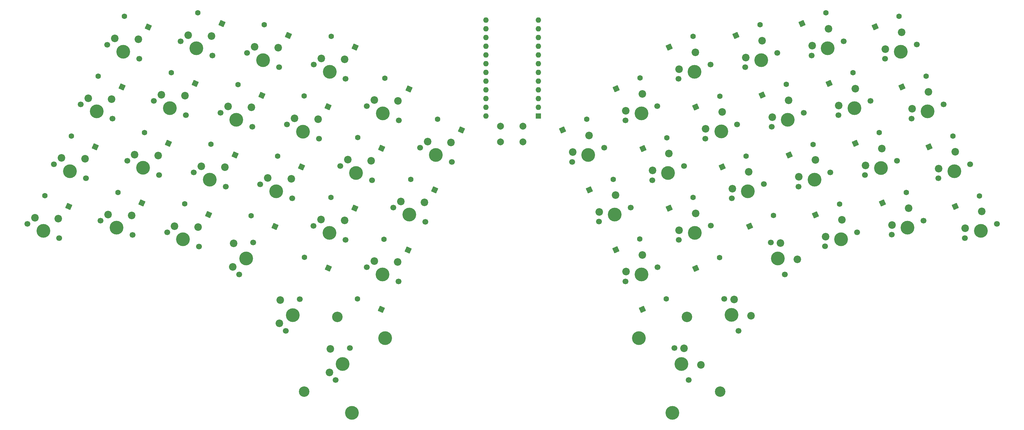
<source format=gbs>
%TF.GenerationSoftware,KiCad,Pcbnew,6.0.4-1.fc35*%
%TF.CreationDate,2022-04-29T05:39:44+02:00*%
%TF.ProjectId,lineata,6c696e65-6174-4612-9e6b-696361645f70,0.1*%
%TF.SameCoordinates,Original*%
%TF.FileFunction,Soldermask,Bot*%
%TF.FilePolarity,Negative*%
%FSLAX46Y46*%
G04 Gerber Fmt 4.6, Leading zero omitted, Abs format (unit mm)*
G04 Created by KiCad (PCBNEW 6.0.4-1.fc35) date 2022-04-29 05:39:44*
%MOMM*%
%LPD*%
G01*
G04 APERTURE LIST*
G04 Aperture macros list*
%AMHorizOval*
0 Thick line with rounded ends*
0 $1 width*
0 $2 $3 position (X,Y) of the first rounded end (center of the circle)*
0 $4 $5 position (X,Y) of the second rounded end (center of the circle)*
0 Add line between two ends*
20,1,$1,$2,$3,$4,$5,0*
0 Add two circle primitives to create the rounded ends*
1,1,$1,$2,$3*
1,1,$1,$4,$5*%
%AMRotRect*
0 Rectangle, with rotation*
0 The origin of the aperture is its center*
0 $1 length*
0 $2 width*
0 $3 Rotation angle, in degrees counterclockwise*
0 Add horizontal line*
21,1,$1,$2,0,0,$3*%
G04 Aperture macros list end*
%ADD10RotRect,1.600000X1.600000X156.000000*%
%ADD11HorizOval,1.600000X0.000000X0.000000X0.000000X0.000000X0*%
%ADD12RotRect,1.600000X1.600000X24.000000*%
%ADD13HorizOval,1.600000X0.000000X0.000000X0.000000X0.000000X0*%
%ADD14C,1.700000*%
%ADD15C,4.000000*%
%ADD16C,2.200000*%
%ADD17R,1.600000X1.600000*%
%ADD18O,1.600000X1.600000*%
%ADD19C,3.050000*%
%ADD20C,2.000000*%
G04 APERTURE END LIST*
D10*
%TO.C,D2*%
X86677500Y-112014000D03*
D11*
X79716284Y-108914667D03*
%TD*%
D10*
%TO.C,D3*%
X78930500Y-129476500D03*
D11*
X71969284Y-126377167D03*
%TD*%
D10*
%TO.C,D4*%
X71183500Y-146812000D03*
D11*
X64222284Y-143712667D03*
%TD*%
D10*
%TO.C,D5*%
X115697000Y-93599000D03*
D11*
X108735784Y-90499667D03*
%TD*%
D10*
%TO.C,D6*%
X107950000Y-111036100D03*
D11*
X100988784Y-107936767D03*
%TD*%
D10*
%TO.C,D7*%
X100177600Y-128460500D03*
D11*
X93216384Y-125361167D03*
%TD*%
D10*
%TO.C,D8*%
X92456000Y-145859500D03*
D11*
X85494784Y-142760167D03*
%TD*%
D10*
%TO.C,D9*%
X135001000Y-97028000D03*
D11*
X128039784Y-93928667D03*
%TD*%
D10*
%TO.C,D10*%
X127317500Y-114490500D03*
D11*
X120356284Y-111391167D03*
%TD*%
D10*
%TO.C,D12*%
X111823500Y-149225000D03*
D11*
X104862284Y-146125667D03*
%TD*%
D10*
%TO.C,D13*%
X154432000Y-100457000D03*
D11*
X147470784Y-97357667D03*
%TD*%
D10*
%TO.C,D14*%
X146558000Y-117792500D03*
D11*
X139596784Y-114693167D03*
%TD*%
D10*
%TO.C,D15*%
X138874500Y-135318500D03*
D11*
X131913284Y-132219167D03*
%TD*%
D10*
%TO.C,D16*%
X131127500Y-152654000D03*
D11*
X124166284Y-149554667D03*
%TD*%
D10*
%TO.C,D17*%
X170053000Y-112649000D03*
D11*
X163091784Y-109549667D03*
%TD*%
D10*
%TO.C,D18*%
X162115500Y-129921000D03*
D11*
X155154284Y-126821667D03*
%TD*%
D10*
%TO.C,D19*%
X154368500Y-147320000D03*
D11*
X147407284Y-144220667D03*
%TD*%
D10*
%TO.C,D20*%
X146621500Y-164782500D03*
D11*
X139660284Y-161683167D03*
%TD*%
D10*
%TO.C,D21*%
X185356500Y-124587000D03*
D11*
X178395284Y-121487667D03*
%TD*%
D10*
%TO.C,D22*%
X177546000Y-142049500D03*
D11*
X170584784Y-138950167D03*
%TD*%
D10*
%TO.C,D23*%
X169799000Y-159512000D03*
D11*
X162837784Y-156412667D03*
%TD*%
D10*
%TO.C,D24*%
X162052000Y-176847500D03*
D11*
X155090784Y-173748167D03*
%TD*%
D12*
%TO.C,D25*%
X214737000Y-124587846D03*
D13*
X221698216Y-121488513D03*
%TD*%
D12*
%TO.C,D26*%
X222484000Y-142049500D03*
D13*
X229445216Y-138950167D03*
%TD*%
D12*
%TO.C,D27*%
X230187500Y-159448500D03*
D13*
X237148716Y-156349167D03*
%TD*%
D12*
%TO.C,D28*%
X237914500Y-176847500D03*
D13*
X244875716Y-173748167D03*
%TD*%
D12*
%TO.C,D29*%
X230291500Y-112522000D03*
D13*
X237252716Y-109422667D03*
%TD*%
D12*
%TO.C,D30*%
X238061500Y-130003846D03*
D13*
X245022716Y-126904513D03*
%TD*%
D12*
%TO.C,D31*%
X245681500Y-147320000D03*
D13*
X252642716Y-144220667D03*
%TD*%
D12*
%TO.C,D32*%
X253365000Y-164846000D03*
D13*
X260326216Y-161746667D03*
%TD*%
D12*
%TO.C,D33*%
X245681500Y-100453846D03*
D13*
X252642716Y-97354513D03*
%TD*%
D12*
%TO.C,D34*%
X253428500Y-117903846D03*
D13*
X260389716Y-114804513D03*
%TD*%
D12*
%TO.C,D35*%
X261112000Y-135303846D03*
D13*
X268073216Y-132204513D03*
%TD*%
D12*
%TO.C,D36*%
X269041500Y-152590500D03*
D13*
X276002716Y-149491167D03*
%TD*%
D12*
%TO.C,D37*%
X265112500Y-97053846D03*
D13*
X272073716Y-93954513D03*
%TD*%
D12*
%TO.C,D38*%
X272732500Y-114427000D03*
D13*
X279693716Y-111327667D03*
%TD*%
D12*
%TO.C,D39*%
X280541500Y-131889500D03*
D13*
X287502716Y-128790167D03*
%TD*%
D12*
%TO.C,D40*%
X288226500Y-149288500D03*
D13*
X295187716Y-146189167D03*
%TD*%
D12*
%TO.C,D41*%
X284289500Y-93599000D03*
D13*
X291250716Y-90499667D03*
%TD*%
D12*
%TO.C,D42*%
X292163500Y-110998000D03*
D13*
X299124716Y-107898667D03*
%TD*%
D12*
%TO.C,D43*%
X299783500Y-128460500D03*
D13*
X306744716Y-125361167D03*
%TD*%
D12*
%TO.C,D44*%
X307641500Y-145859500D03*
D13*
X314602716Y-142760167D03*
%TD*%
D12*
%TO.C,D45*%
X305562000Y-94551500D03*
D13*
X312523216Y-91452167D03*
%TD*%
D12*
%TO.C,D46*%
X313372500Y-112053846D03*
D13*
X320333716Y-108954513D03*
%TD*%
D12*
%TO.C,D47*%
X321183000Y-129476500D03*
D13*
X328144216Y-126377167D03*
%TD*%
D12*
%TO.C,D48*%
X328866500Y-146875500D03*
D13*
X335827716Y-143776167D03*
%TD*%
D14*
%TO.C,SW2*%
X74645561Y-117136978D03*
D15*
X79286372Y-119203200D03*
D14*
X83927183Y-121269422D03*
D16*
X83673000Y-115595500D03*
X76838875Y-115333128D03*
%TD*%
D14*
%TO.C,SW3*%
X76177183Y-138669422D03*
D15*
X71536372Y-136603200D03*
D14*
X66895561Y-134536978D03*
D16*
X75923000Y-132995500D03*
X69088875Y-132733128D03*
%TD*%
D14*
%TO.C,SW4*%
X68427183Y-156069422D03*
X59145561Y-151936978D03*
D15*
X63786372Y-154003200D03*
D16*
X68173000Y-150395500D03*
X61338875Y-150133128D03*
%TD*%
D14*
%TO.C,SW5*%
X112952183Y-102894422D03*
D15*
X108311372Y-100828200D03*
D14*
X103670561Y-98761978D03*
D16*
X112698000Y-97220500D03*
X105863875Y-96958128D03*
%TD*%
D15*
%TO.C,SW6*%
X100561372Y-118228200D03*
D14*
X95920561Y-116161978D03*
X105202183Y-120294422D03*
D16*
X104948000Y-114620500D03*
X98113875Y-114358128D03*
%TD*%
D14*
%TO.C,SW7*%
X97452183Y-137694422D03*
X88170561Y-133561978D03*
D15*
X92811372Y-135628200D03*
D16*
X97198000Y-132020500D03*
X90363875Y-131758128D03*
%TD*%
D14*
%TO.C,SW8*%
X89702183Y-155119422D03*
D15*
X85061372Y-153053200D03*
D14*
X80420561Y-150986978D03*
D16*
X89448000Y-149445500D03*
X82613875Y-149183128D03*
%TD*%
D14*
%TO.C,SW9*%
X123020561Y-102161978D03*
D15*
X127661372Y-104228200D03*
D14*
X132302183Y-106294422D03*
D16*
X132048000Y-100620500D03*
X125213875Y-100358128D03*
%TD*%
D15*
%TO.C,SW10*%
X119911372Y-121628200D03*
D14*
X124552183Y-123694422D03*
X115270561Y-119561978D03*
D16*
X124298000Y-118020500D03*
X117463875Y-117758128D03*
%TD*%
D15*
%TO.C,SW11*%
X112161372Y-139028200D03*
D14*
X116802183Y-141094422D03*
X107520561Y-136961978D03*
D16*
X116548000Y-135420500D03*
X109713875Y-135158128D03*
%TD*%
D15*
%TO.C,SW12*%
X104411372Y-156453200D03*
D14*
X99770561Y-154386978D03*
X109052183Y-158519422D03*
D16*
X108798000Y-152845500D03*
X101963875Y-152583128D03*
%TD*%
D15*
%TO.C,SW13*%
X147011372Y-107628200D03*
D14*
X142370561Y-105561978D03*
X151652183Y-109694422D03*
D16*
X151398000Y-104020500D03*
X144563875Y-103758128D03*
%TD*%
D15*
%TO.C,SW14*%
X139236372Y-125053200D03*
D14*
X143877183Y-127119422D03*
X134595561Y-122986978D03*
D16*
X143623000Y-121445500D03*
X136788875Y-121183128D03*
%TD*%
D15*
%TO.C,SW15*%
X131486372Y-142445500D03*
D14*
X136127183Y-144511722D03*
X126845561Y-140379278D03*
D16*
X135873000Y-138837800D03*
X129038875Y-138575428D03*
%TD*%
D15*
%TO.C,SW17*%
X162461372Y-119728200D03*
D14*
X167102183Y-121794422D03*
X157820561Y-117661978D03*
D16*
X166848000Y-116120500D03*
X160013875Y-115858128D03*
%TD*%
D14*
%TO.C,SW18*%
X159352183Y-139194422D03*
X150070561Y-135061978D03*
D15*
X154711372Y-137128200D03*
D16*
X159098000Y-133520500D03*
X152263875Y-133258128D03*
%TD*%
D14*
%TO.C,SW19*%
X142320561Y-152486978D03*
D15*
X146961372Y-154553200D03*
D14*
X151602183Y-156619422D03*
D16*
X151348000Y-150945500D03*
X144513875Y-150683128D03*
%TD*%
D17*
%TO.C,U1*%
X207645000Y-120523000D03*
D18*
X207645000Y-117983000D03*
X207645000Y-115443000D03*
X207645000Y-112903000D03*
X207645000Y-110363000D03*
X207645000Y-107823000D03*
X207645000Y-105283000D03*
X207645000Y-102743000D03*
X207645000Y-100203000D03*
X207645000Y-97663000D03*
X207645000Y-95123000D03*
X207645000Y-92583000D03*
X192405000Y-92583000D03*
X192405000Y-95123000D03*
X192405000Y-97663000D03*
X192405000Y-100203000D03*
X192405000Y-102743000D03*
X192405000Y-105283000D03*
X192405000Y-107823000D03*
X192405000Y-110363000D03*
X192405000Y-112903000D03*
X192405000Y-115443000D03*
X192405000Y-117983000D03*
X192405000Y-120523000D03*
%TD*%
D10*
%TO.C,D1*%
X94335600Y-94576900D03*
D11*
X87374384Y-91477567D03*
%TD*%
D14*
%TO.C,SW1*%
X91677183Y-103869422D03*
D15*
X87036372Y-101803200D03*
D14*
X82395561Y-99736978D03*
D16*
X91423000Y-98195500D03*
X84588875Y-97933128D03*
%TD*%
D15*
%TO.C,SW20*%
X136305700Y-178482128D03*
D14*
X134239478Y-183122939D03*
X138371922Y-173841317D03*
D16*
X132698000Y-174095500D03*
X132435628Y-180929625D03*
%TD*%
D14*
%TO.C,SW21*%
X173270561Y-129761978D03*
D15*
X177911372Y-131828200D03*
D14*
X182552183Y-133894422D03*
D16*
X182298000Y-128220500D03*
X175463875Y-127958128D03*
%TD*%
D15*
%TO.C,SW22*%
X170161372Y-149253200D03*
D14*
X165520561Y-147186978D03*
X174802183Y-151319422D03*
D16*
X174548000Y-145645500D03*
X167713875Y-145383128D03*
%TD*%
D14*
%TO.C,SW23*%
X167052183Y-168711722D03*
X157770561Y-164579278D03*
D15*
X162411372Y-166645500D03*
D16*
X166798000Y-163037800D03*
X159963875Y-162775428D03*
%TD*%
D19*
%TO.C,SW24*%
X149251048Y-179038780D03*
D14*
X152871922Y-188116317D03*
D15*
X150805700Y-192757128D03*
X163173480Y-185237447D03*
D14*
X148739478Y-197397939D03*
D15*
X153493148Y-206979828D03*
D19*
X139570716Y-200781162D03*
D16*
X147198000Y-188370500D03*
X146935628Y-195204625D03*
%TD*%
D14*
%TO.C,SW25*%
X226778128Y-129761546D03*
D15*
X222137317Y-131827768D03*
D14*
X217496506Y-133893990D03*
D16*
X222391500Y-126153846D03*
X217623597Y-131057029D03*
%TD*%
D14*
%TO.C,SW26*%
X234528128Y-147161546D03*
D15*
X229887317Y-149227768D03*
D14*
X225246506Y-151293990D03*
D16*
X230141500Y-143553846D03*
X225373597Y-148457029D03*
%TD*%
D15*
%TO.C,SW27*%
X237637317Y-166627768D03*
D14*
X242278128Y-164561546D03*
X232996506Y-168693990D03*
D16*
X237891500Y-160953846D03*
X233123597Y-165857029D03*
%TD*%
D14*
%TO.C,SW28*%
X251333800Y-197365474D03*
X247201356Y-188083852D03*
D19*
X250822230Y-179006315D03*
D15*
X246580129Y-206947364D03*
X236899797Y-185204982D03*
X249267578Y-192724663D03*
D19*
X260502562Y-200748697D03*
D16*
X254941500Y-192978846D03*
X250038317Y-188210943D03*
%TD*%
D14*
%TO.C,SW29*%
X232971506Y-121793990D03*
D15*
X237612317Y-119727768D03*
D14*
X242253128Y-117661546D03*
D16*
X237866500Y-114053846D03*
X233098597Y-118957029D03*
%TD*%
D14*
%TO.C,SW30*%
X250028128Y-135061546D03*
X240746506Y-139193990D03*
D15*
X245387317Y-137127768D03*
D16*
X245641500Y-131453846D03*
X240873597Y-136357029D03*
%TD*%
D15*
%TO.C,SW31*%
X253112317Y-154527768D03*
D14*
X248471506Y-156593990D03*
X257753128Y-152461546D03*
D16*
X253366500Y-148853846D03*
X248598597Y-153757029D03*
%TD*%
D14*
%TO.C,SW32*%
X265833800Y-183090474D03*
D15*
X263767578Y-178449663D03*
D14*
X261701356Y-173808852D03*
D16*
X269441500Y-178703846D03*
X264538317Y-173935943D03*
%TD*%
D14*
%TO.C,SW33*%
X257703128Y-105561546D03*
X248421506Y-109693990D03*
D15*
X253062317Y-107627768D03*
D16*
X253316500Y-101953846D03*
X248548597Y-106857029D03*
%TD*%
D14*
%TO.C,SW34*%
X256171506Y-127093990D03*
D15*
X260812317Y-125027768D03*
D14*
X265453128Y-122961546D03*
D16*
X261066500Y-119353846D03*
X256298597Y-124257029D03*
%TD*%
D14*
%TO.C,SW35*%
X263921506Y-144493990D03*
D15*
X268562317Y-142427768D03*
D14*
X273203128Y-140361546D03*
D16*
X268816500Y-136753846D03*
X264048597Y-141657029D03*
%TD*%
D15*
%TO.C,SW37*%
X272427317Y-104247768D03*
D14*
X277068128Y-102181546D03*
X267786506Y-106313990D03*
D16*
X272681500Y-98573846D03*
X267913597Y-103477029D03*
%TD*%
D14*
%TO.C,SW38*%
X284793128Y-119556546D03*
D15*
X280152317Y-121622768D03*
D14*
X275511506Y-123688990D03*
D16*
X280406500Y-115948846D03*
X275638597Y-120852029D03*
%TD*%
D14*
%TO.C,SW39*%
X283261506Y-141088990D03*
X292543128Y-136956546D03*
D15*
X287902317Y-139022768D03*
D16*
X288156500Y-133348846D03*
X283388597Y-138252029D03*
%TD*%
D14*
%TO.C,SW40*%
X291011506Y-158488990D03*
X300293128Y-154356546D03*
D15*
X295652317Y-156422768D03*
D16*
X295906500Y-150748846D03*
X291138597Y-155652029D03*
%TD*%
D14*
%TO.C,SW41*%
X287111506Y-102888990D03*
X296393128Y-98756546D03*
D15*
X291752317Y-100822768D03*
D16*
X292006500Y-95148846D03*
X287238597Y-100052029D03*
%TD*%
D14*
%TO.C,SW42*%
X294871506Y-120293990D03*
X304153128Y-116161546D03*
D15*
X299512317Y-118227768D03*
D16*
X299766500Y-112553846D03*
X294998597Y-117457029D03*
%TD*%
D15*
%TO.C,SW43*%
X307237317Y-135652768D03*
D14*
X302596506Y-137718990D03*
X311878128Y-133586546D03*
D16*
X307491500Y-129978846D03*
X302723597Y-134882029D03*
%TD*%
D15*
%TO.C,SW44*%
X314987317Y-153027768D03*
D14*
X319628128Y-150961546D03*
X310346506Y-155093990D03*
D16*
X315241500Y-147353846D03*
X310473597Y-152257029D03*
%TD*%
D14*
%TO.C,SW45*%
X317678128Y-99711546D03*
D15*
X313037317Y-101777768D03*
D14*
X308396506Y-103843990D03*
D16*
X313291500Y-96103846D03*
X308523597Y-101007029D03*
%TD*%
D14*
%TO.C,SW46*%
X325428128Y-117111546D03*
X316146506Y-121243990D03*
D15*
X320787317Y-119177768D03*
D16*
X321041500Y-113503846D03*
X316273597Y-118407029D03*
%TD*%
D14*
%TO.C,SW47*%
X323896506Y-138668990D03*
X333178128Y-134536546D03*
D15*
X328537317Y-136602768D03*
D16*
X328791500Y-130928846D03*
X324023597Y-135832029D03*
%TD*%
D14*
%TO.C,SW48*%
X331621506Y-156043990D03*
D15*
X336262317Y-153977768D03*
D14*
X340903128Y-151911546D03*
D16*
X336516500Y-148303846D03*
X331748597Y-153207029D03*
%TD*%
D14*
%TO.C,SW16*%
X124821922Y-157366317D03*
X120689478Y-166647939D03*
D15*
X122755700Y-162007128D03*
D16*
X119148000Y-157620500D03*
X118885628Y-164454625D03*
%TD*%
D14*
%TO.C,SW36*%
X279333800Y-166640474D03*
D15*
X277267578Y-161999663D03*
D14*
X275201356Y-157358852D03*
D16*
X282941500Y-162253846D03*
X278038317Y-157485943D03*
%TD*%
D10*
%TO.C,D11*%
X119507000Y-131826000D03*
D11*
X112545784Y-128726667D03*
%TD*%
D20*
%TO.C,SW49*%
X196700000Y-128016000D03*
X203200000Y-128016000D03*
X203200000Y-123516000D03*
X196700000Y-123516000D03*
%TD*%
M02*

</source>
